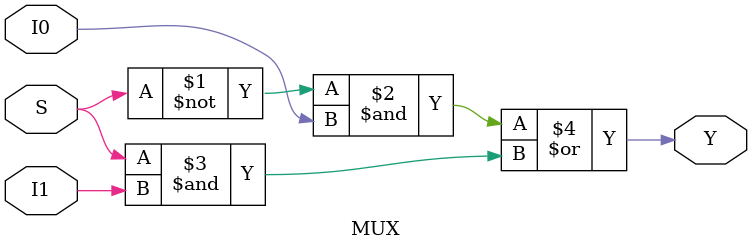
<source format=v>
`timescale 1ns / 1ps


module MUX(
    input I0,
    input I1,
    input S,
    output Y
    );
    assign Y =(~S&I0)|(S&I1);
endmodule

</source>
